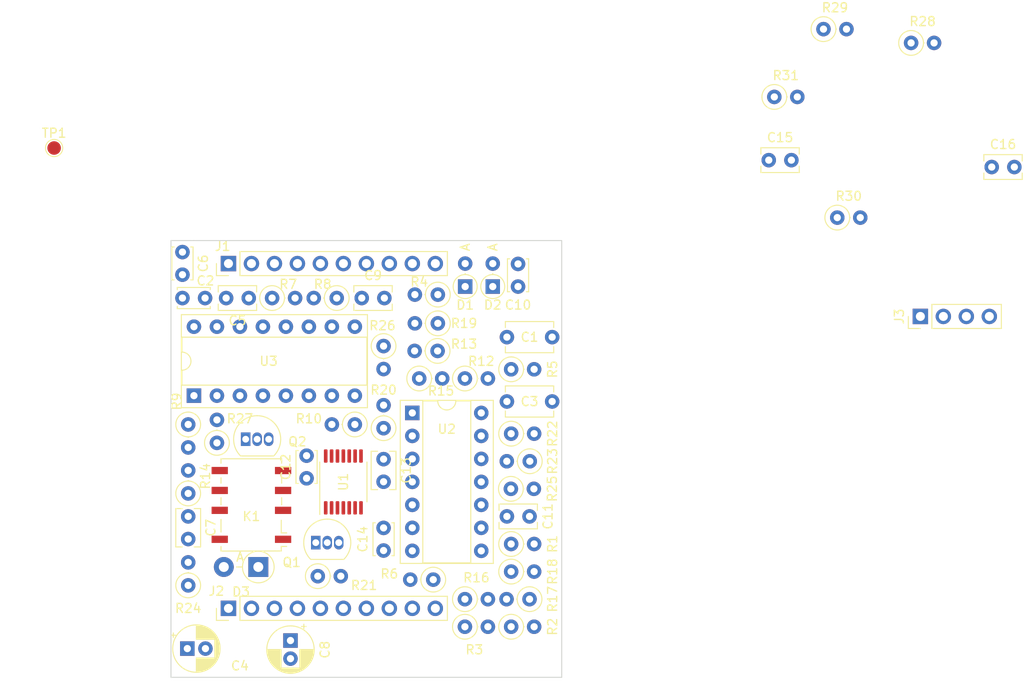
<source format=kicad_pcb>
(kicad_pcb (version 20211014) (generator pcbnew)
  (layers (0 "F.Cu" signal) (31 "B.Cu" signal) (34 "B.Paste" user) (35 "F.Paste" user) (36 "B.SilkS" user "B.Silkscreen") (37 "F.SilkS" user "F.Silkscreen") (38 "B.Mask" user) (39 "F.Mask" user) (44 "Edge.Cuts" user))
  (net 0 "")
  (net 1 "Net-(C1-Pad1)")
  (net 2 "1.65v")
  (net 3 "GND")
  (net 4 "5v")
  (net 5 "Net-(C3-Pad1)")
  (net 6 "AUDIO_IN_R")
  (net 7 "Net-(C7-Pad2)")
  (net 8 "3v3")
  (net 9 "Net-(C11-Pad2)")
  (net 10 "AUDIO_IN_L")
  (net 11 "Net-(C13-Pad2)")
  (net 12 "Net-(J3-Pad4)")
  (net 13 "Net-(C15-Pad2)")
  (net 14 "Net-(J3-Pad1)")
  (net 15 "Net-(C16-Pad2)")
  (net 16 "ADC1")
  (net 17 "ADC2")
  (net 18 "Net-(D3-Pad2)")
  (net 19 "SDA")
  (net 20 "SCL")
  (net 21 "AUDIO_EN")
  (net 22 "MIC_PWR_DIS")
  (net 23 "MIC_PREAMP_EN")
  (net 24 "232_RX")
  (net 25 "JACK_RING")
  (net 26 "232_TX")
  (net 27 "JACK_TIP")
  (net 30 "Net-(J2-Pad7)")
  (net 31 "Net-(J2-Pad10)")
  (net 32 "Net-(Q1-Pad1)")
  (net 33 "Net-(R1-Pad1)")
  (net 34 "Net-(R2-Pad1)")
  (net 35 "Net-(R3-Pad1)")
  (net 36 "AUDIO_L")
  (net 37 "Net-(R7-Pad2)")
  (net 38 "Net-(R10-Pad2)")
  (net 39 "MIC_PREAMP_OUT")
  (net 40 "Net-(R12-Pad2)")
  (net 41 "Net-(R16-Pad1)")
  (net 42 "Net-(R17-Pad1)")
  (net 43 "Net-(R18-Pad1)")
  (net 44 "AUDIO_R")
  (net 45 "Net-(R26-Pad2)")
  (net 46 "AUDIO_INT_IN_R")
  (net 47 "AUDIO_INT_IN_L")
  (footprint "Package_TO_SOT_THT:TO-92_Inline" (layer "F.Cu") (at 145.542 96.88)
    (fp_text reference "Q1" (at -2.667 2.18) (layer "F.SilkS"))
    (fp_text value "BS250")
    (pad "1" thru_hole rect (at 0 0) (size 1.05 1.5) (drill 0.75) (layers *.Cu *.Mask) (net 32 "Net-(Q1-Pad1)"))
    (pad "2" thru_hole oval (at 1.27 0) (size 1.05 1.5) (drill 0.75) (layers *.Cu *.Mask) (net 22 "MIC_PWR_DIS"))
    (pad "3" thru_hole oval (at 2.54 0) (size 1.05 1.5) (drill 0.75) (layers *.Cu *.Mask) (net 8 "3v3"))
  )
  (footprint "Capacitor_THT:C_Disc_D3.4mm_W2.1mm_P2.50mm" (layer "F.Cu") (at 153.035 97.75 90)
    (fp_text reference "C14" (at 1.25 -2.3 90) (layer "F.SilkS"))
    (fp_text value "100nF")
    (pad "1" thru_hole circle (at 0 0 90) (size 1.6 1.6) (drill 0.8) (layers *.Cu *.Mask) (net 3 "GND"))
    (pad "2" thru_hole circle (at 2.5 0 90) (size 1.6 1.6) (drill 0.8) (layers *.Cu *.Mask) (net 4 "5v"))
  )
  (footprint "Diode_THT:D_DO-35_SOD27_P2.54mm_Vertical_AnodeUp" (layer "F.Cu") (at 165.1 68.58 90)
    (fp_text reference "D2" (at -2.032 0 180) (layer "F.SilkS"))
    (fp_text value "3.3v")
    (fp_text user "A" (at 4.34 0 90) (layer "F.SilkS"))
    (pad "1" thru_hole rect (at 0 0 90) (size 1.6 1.6) (drill 0.8) (layers *.Cu *.Mask) (net 17 "ADC2"))
    (pad "2" thru_hole oval (at 2.54 0 90) (size 1.6 1.6) (drill 0.8) (layers *.Cu *.Mask) (net 3 "GND"))
  )
  (footprint "Capacitor_THT:C_Rect_L4.0mm_W2.5mm_P2.50mm" (layer "F.Cu") (at 169.164 93.98 180)
    (fp_text reference "C11" (at -2.032 0 90) (layer "F.SilkS"))
    (fp_text value "1uF")
    (pad "1" thru_hole circle (at 0 0 180) (size 1.6 1.6) (drill 0.8) (layers *.Cu *.Mask) (net 3 "GND"))
    (pad "2" thru_hole circle (at 2.5 0 180) (size 1.6 1.6) (drill 0.8) (layers *.Cu *.Mask) (net 9 "Net-(C11-Pad2)"))
  )
  (footprint "Resistor_THT:R_Axial_DIN0207_L6.3mm_D2.5mm_P2.54mm_Vertical" (layer "F.Cu") (at 134.62 85.852 90)
    (fp_text reference "R27" (at 2.667 2.54 180) (layer "F.SilkS"))
    (fp_text value "100k")
    (pad "1" thru_hole circle (at 0 0 90) (size 1.6 1.6) (drill 0.8) (layers *.Cu *.Mask) (net 3 "GND"))
    (pad "2" thru_hole oval (at 2.54 0 90) (size 1.6 1.6) (drill 0.8) (layers *.Cu *.Mask) (net 21 "AUDIO_EN"))
  )
  (footprint "Resistor_THT:R_Axial_DIN0207_L6.3mm_D2.5mm_P2.54mm_Vertical" (layer "F.Cu") (at 169.164 103.124 180)
    (fp_text reference "R17" (at -2.54 0 90) (layer "F.SilkS"))
    (fp_text value "4k7")
    (pad "1" thru_hole circle (at 0 0 180) (size 1.6 1.6) (drill 0.8) (layers *.Cu *.Mask) (net 42 "Net-(R17-Pad1)"))
    (pad "2" thru_hole oval (at 2.54 0 180) (size 1.6 1.6) (drill 0.8) (layers *.Cu *.Mask) (net 41 "Net-(R16-Pad1)"))
  )
  (footprint "Capacitor_THT:C_Disc_D3.4mm_W2.1mm_P2.50mm" (layer "F.Cu") (at 130.81 64.77 -90)
    (fp_text reference "C6" (at 1.25 -2.3 90) (layer "F.SilkS"))
    (fp_text value "100nF")
    (pad "1" thru_hole circle (at 0 0 270) (size 1.6 1.6) (drill 0.8) (layers *.Cu *.Mask) (net 4 "5v"))
    (pad "2" thru_hole circle (at 2.5 0 270) (size 1.6 1.6) (drill 0.8) (layers *.Cu *.Mask) (net 3 "GND"))
  )
  (footprint "Capacitor_THT:C_Rect_L4.0mm_W2.5mm_P2.50mm" (layer "F.Cu") (at 150.622 69.85)
    (fp_text reference "C9" (at 1.25 -2.5) (layer "F.SilkS"))
    (fp_text value "1uF")
    (pad "1" thru_hole circle (at 0 0) (size 1.6 1.6) (drill 0.8) (layers *.Cu *.Mask) (net 8 "3v3"))
    (pad "2" thru_hole circle (at 2.5 0) (size 1.6 1.6) (drill 0.8) (layers *.Cu *.Mask) (net 3 "GND"))
  )
  (footprint "Connector_PinHeader_2.54mm:PinHeader_1x04_P2.54mm_Vertical" (layer "F.Cu") (at 212.354 71.882 90)
    (fp_text reference "J3" (at 0 -2.33 90) (layer "F.SilkS"))
    (fp_text value "INT_AUDIO")
    (pad "1" thru_hole rect (at 0 0 90) (size 1.7 1.7) (drill 1) (layers *.Cu *.Mask) (net 14 "Net-(J3-Pad1)"))
    (pad "2" thru_hole oval (at 0 2.54 90) (size 1.7 1.7) (drill 1) (layers *.Cu *.Mask) (net 3 "GND"))
    (pad "3" thru_hole oval (at 0 5.08 90) (size 1.7 1.7) (drill 1) (layers *.Cu *.Mask) (net 3 "GND"))
    (pad "4" thru_hole oval (at 0 7.62 90) (size 1.7 1.7) (drill 1) (layers *.Cu *.Mask) (net 12 "Net-(J3-Pad4)"))
  )
  (footprint "Resistor_THT:R_Axial_DIN0207_L6.3mm_D2.5mm_P2.54mm_Vertical" (layer "F.Cu") (at 196.215 47.625)
    (fp_text reference "R31" (at 1.27 -2.37) (layer "F.SilkS"))
    (fp_text value "150k")
    (pad "1" thru_hole circle (at 0 0) (size 1.6 1.6) (drill 0.8) (layers *.Cu *.Mask) (net 2 "1.65v"))
    (pad "2" thru_hole oval (at 2.54 0) (size 1.6 1.6) (drill 0.8) (layers *.Cu *.Mask) (net 47 "AUDIO_INT_IN_L"))
  )
  (footprint "Package_DIP:DIP-16_W7.62mm_Socket" (layer "F.Cu") (at 132.08 80.635 90)
    (fp_text reference "U3" (at 3.81 8.255 180) (layer "F.SilkS"))
    (fp_text value "CD4052B")
    (pad "1" thru_hole rect (at 0 0 90) (size 1.6 1.6) (drill 0.8) (layers *.Cu *.Mask) (net 47 "AUDIO_INT_IN_L"))
    (pad "2" thru_hole oval (at 0 2.54 90) (size 1.6 1.6) (drill 0.8) (layers *.Cu *.Mask) (net 37 "Net-(R7-Pad2)"))
    (pad "3" thru_hole oval (at 0 5.08 90) (size 1.6 1.6) (drill 0.8) (layers *.Cu *.Mask) (net 44 "AUDIO_R"))
    (pad "4" thru_hole oval (at 0 7.62 90) (size 1.6 1.6) (drill 0.8) (layers *.Cu *.Mask) (net 3 "GND"))
    (pad "5" thru_hole oval (at 0 10.16 90) (size 1.6 1.6) (drill 0.8) (layers *.Cu *.Mask) (net 3 "GND"))
    (pad "6" thru_hole oval (at 0 12.7 90) (size 1.6 1.6) (drill 0.8) (layers *.Cu *.Mask) (net 3 "GND"))
    (pad "7" thru_hole oval (at 0 15.24 90) (size 1.6 1.6) (drill 0.8) (layers *.Cu *.Mask) (net 3 "GND"))
    (pad "8" thru_hole oval (at 0 17.78 90) (size 1.6 1.6) (drill 0.8) (layers *.Cu *.Mask) (net 3 "GND"))
    (pad "9" thru_hole oval (at 7.62 17.78 90) (size 1.6 1.6) (drill 0.8) (layers *.Cu *.Mask) (net 21 "AUDIO_EN"))
    (pad "10" thru_hole oval (at 7.62 15.24 90) (size 1.6 1.6) (drill 0.8) (layers *.Cu *.Mask) (net 23 "MIC_PREAMP_EN"))
    (pad "11" thru_hole oval (at 7.62 12.7 90) (size 1.6 1.6) (drill 0.8) (layers *.Cu *.Mask) (net 39 "MIC_PREAMP_OUT"))
    (pad "12" thru_hole oval (at 7.62 10.16 90) (size 1.6 1.6) (drill 0.8) (layers *.Cu *.Mask) (net 46 "AUDIO_INT_IN_R"))
    (pad "13" thru_hole oval (at 7.62 7.62 90) (size 1.6 1.6) (drill 0.8) (layers *.Cu *.Mask) (net 36 "AUDIO_L"))
    (pad "14" thru_hole oval (at 7.62 5.08 90) (size 1.6 1.6) (drill 0.8) (layers *.Cu *.Mask) (net 3 "GND"))
    (pad "15" thru_hole oval (at 7.62 2.54 90) (size 1.6 1.6) (drill 0.8) (layers *.Cu *.Mask) (net 40 "Net-(R12-Pad2)"))
    (pad "16" thru_hole oval (at 7.62 0 90) (size 1.6 1.6) (drill 0.8) (layers *.Cu *.Mask) (net 4 "5v"))
  )
  (footprint "Package_DIP:DIP-14_W7.62mm_Socket" (layer "F.Cu") (at 156.21 82.545)
    (fp_text reference "U2" (at 3.81 1.783) (layer "F.SilkS"))
    (fp_text value "LM324")
    (pad "1" thru_hole rect (at 0 0) (size 1.6 1.6) (drill 0.8) (layers *.Cu *.Mask) (net 39 "MIC_PREAMP_OUT"))
    (pad "2" thru_hole oval (at 0 2.54) (size 1.6 1.6) (drill 0.8) (layers *.Cu *.Mask) (net 38 "Net-(R10-Pad2)"))
    (pad "3" thru_hole oval (at 0 5.08) (size 1.6 1.6) (drill 0.8) (layers *.Cu *.Mask) (net 10 "AUDIO_IN_L"))
    (pad "4" thru_hole oval (at 0 7.62) (size 1.6 1.6) (drill 0.8) (layers *.Cu *.Mask) (net 4 "5v"))
    (pad "5" thru_hole oval (at 0 10.16) (size 1.6 1.6) (drill 0.8) (layers *.Cu *.Mask) (net 1 "Net-(C1-Pad1)"))
    (pad "6" thru_hole oval (at 0 12.7) (size 1.6 1.6) (drill 0.8) (layers *.Cu *.Mask) (net 33 "Net-(R1-Pad1)"))
    (pad "7" thru_hole oval (at 0 15.24) (size 1.6 1.6) (drill 0.8) (layers *.Cu *.Mask) (net 35 "Net-(R3-Pad1)"))
    (pad "8" thru_hole oval (at 7.62 15.24) (size 1.6 1.6) (drill 0.8) (layers *.Cu *.Mask) (net 43 "Net-(R18-Pad1)"))
    (pad "9" thru_hole oval (at 7.62 12.7) (size 1.6 1.6) (drill 0.8) (layers *.Cu *.Mask) (net 41 "Net-(R16-Pad1)"))
    (pad "10" thru_hole oval (at 7.62 10.16) (size 1.6 1.6) (drill 0.8) (layers *.Cu *.Mask) (net 5 "Net-(C3-Pad1)"))
    (pad "11" thru_hole oval (at 7.62 7.62) (size 1.6 1.6) (drill 0.8) (layers *.Cu *.Mask) (net 3 "GND"))
    (pad "12" thru_hole oval (at 7.62 5.08) (size 1.6 1.6) (drill 0.8) (layers *.Cu *.Mask) (net 9 "Net-(C11-Pad2)"))
    (pad "13" thru_hole oval (at 7.62 2.54) (size 1.6 1.6) (drill 0.8) (layers *.Cu *.Mask) (net 2 "1.65v"))
    (pad "14" thru_hole oval (at 7.62 0) (size 1.6 1.6) (drill 0.8) (layers *.Cu *.Mask) (net 2 "1.65v"))
  )
  (footprint "Resistor_THT:R_Axial_DIN0207_L6.3mm_D2.5mm_P2.54mm_Vertical" (layer "F.Cu") (at 131.445 83.82 -90)
    (fp_text reference "R9" (at -2.54 1.27 90) (layer "F.SilkS"))
    (fp_text value "10k")
    (pad "1" thru_hole circle (at 0 0 270) (size 1.6 1.6) (drill 0.8) (layers *.Cu *.Mask) (net 38 "Net-(R10-Pad2)"))
    (pad "2" thru_hole oval (at 2.54 0 270) (size 1.6 1.6) (drill 0.8) (layers *.Cu *.Mask) (net 2 "1.65v"))
  )
  (footprint "Resistor_THT:R_Axial_DIN0207_L6.3mm_D2.5mm_P2.54mm_Vertical" (layer "F.Cu") (at 156.972 78.74)
    (fp_text reference "R15" (at 2.413 1.37) (layer "F.SilkS"))
    (fp_text value "100k")
    (pad "1" thru_hole circle (at 0 0) (size 1.6 1.6) (drill 0.8) (layers *.Cu *.Mask) (net 10 "AUDIO_IN_L"))
    (pad "2" thru_hole oval (at 2.54 0) (size 1.6 1.6) (drill 0.8) (layers *.Cu *.Mask) (net 2 "1.65v"))
  )
  (footprint "Resistor_THT:R_Axial_DIN0207_L6.3mm_D2.5mm_P2.54mm_Vertical" (layer "F.Cu") (at 211.328 41.656)
    (fp_text reference "R28" (at 1.27 -2.37) (layer "F.SilkS"))
    (fp_text value "100k")
    (pad "1" thru_hole circle (at 0 0) (size 1.6 1.6) (drill 0.8) (layers *.Cu *.Mask) (net 13 "Net-(C15-Pad2)"))
    (pad "2" thru_hole oval (at 2.54 0) (size 1.6 1.6) (drill 0.8) (layers *.Cu *.Mask) (net 46 "AUDIO_INT_IN_R"))
  )
  (footprint "Resistor_THT:R_Axial_DIN0207_L6.3mm_D2.5mm_P2.54mm_Vertical" (layer "F.Cu") (at 158.525 100.965 180)
    (fp_text reference "R6" (at 4.855 0.635) (layer "F.SilkS"))
    (fp_text value "100k")
    (pad "1" thru_hole circle (at 0 0 180) (size 1.6 1.6) (drill 0.8) (layers *.Cu *.Mask) (net 2 "1.65v"))
    (pad "2" thru_hole oval (at 2.54 0 180) (size 1.6 1.6) (drill 0.8) (layers *.Cu *.Mask) (net 1 "Net-(C1-Pad1)"))
  )
  (footprint "Capacitor_THT:CP_Radial_D5.0mm_P2.00mm" (layer "F.Cu") (at 131.35 108.585)
    (fp_text reference "C4" (at 5.81 1.905) (layer "F.SilkS"))
    (fp_text value "10uF")
    (pad "1" thru_hole rect (at 0 0) (size 1.6 1.6) (drill 0.8) (layers *.Cu *.Mask) (net 4 "5v"))
    (pad "2" thru_hole circle (at 2 0) (size 1.6 1.6) (drill 0.8) (layers *.Cu *.Mask) (net 3 "GND"))
  )
  (footprint "Resistor_THT:R_Axial_DIN0207_L6.3mm_D2.5mm_P2.54mm_Vertical" (layer "F.Cu") (at 159.004 75.692 180)
    (fp_text reference "R13" (at -2.921 0.762) (layer "F.SilkS"))
    (fp_text value "150k")
    (pad "1" thru_hole circle (at 0 0 180) (size 1.6 1.6) (drill 0.8) (layers *.Cu *.Mask) (net 2 "1.65v"))
    (pad "2" thru_hole oval (at 2.54 0 180) (size 1.6 1.6) (drill 0.8) (layers *.Cu *.Mask) (net 40 "Net-(R12-Pad2)"))
  )
  (footprint "Resistor_THT:R_Axial_DIN0207_L6.3mm_D2.5mm_P2.54mm_Vertical" (layer "F.Cu") (at 149.86 83.82 180)
    (fp_text reference "R10" (at 5.08 0.635) (layer "F.SilkS"))
    (fp_text value "100k")
    (pad "1" thru_hole circle (at 0 0 180) (size 1.6 1.6) (drill 0.8) (layers *.Cu *.Mask) (net 39 "MIC_PREAMP_OUT"))
    (pad "2" thru_hole oval (at 2.54 0 180) (size 1.6 1.6) (drill 0.8) (layers *.Cu *.Mask) (net 38 "Net-(R10-Pad2)"))
  )
  (footprint "Resistor_THT:R_Axial_DIN0207_L6.3mm_D2.5mm_P2.54mm_Vertical" (layer "F.Cu") (at 131.445 101.6 90)
    (fp_text reference "R24" (at -2.54 0 180) (layer "F.SilkS"))
    (fp_text value "2k7")
    (pad "1" thru_hole circle (at 0 0 90) (size 1.6 1.6) (drill 0.8) (layers *.Cu *.Mask) (net 32 "Net-(Q1-Pad1)"))
    (pad "2" thru_hole oval (at 2.54 0 90) (size 1.6 1.6) (drill 0.8) (layers *.Cu *.Mask) (net 7 "Net-(C7-Pad2)"))
  )
  (footprint "Capacitor_THT:C_Rect_L4.0mm_W2.5mm_P2.50mm" (layer "F.Cu") (at 220.238 55.372)
    (fp_text reference "C16" (at 1.25 -2.5) (layer "F.SilkS"))
    (fp_text value "1uF")
    (pad "1" thru_hole circle (at 0 0) (size 1.6 1.6) (drill 0.8) (layers *.Cu *.Mask) (net 14 "Net-(J3-Pad1)"))
    (pad "2" thru_hole circle (at 2.5 0) (size 1.6 1.6) (drill 0.8) (layers *.Cu *.Mask) (net 15 "Net-(C16-Pad2)"))
  )
  (footprint "Resistor_THT:R_Axial_DIN0207_L6.3mm_D2.5mm_P2.54mm_Vertical" (layer "F.Cu") (at 167.132 100.076)
    (fp_text reference "R18" (at 4.572 0 90) (layer "F.SilkS"))
    (fp_text value "10k")
    (pad "1" thru_hole circle (at 0 0) (size 1.6 1.6) (drill 0.8) (layers *.Cu *.Mask) (net 43 "Net-(R18-Pad1)"))
    (pad "2" thru_hole oval (at 2.54 0) (size 1.6 1.6) (drill 0.8) (layers *.Cu *.Mask) (net 42 "Net-(R17-Pad1)"))
  )
  (footprint "Capacitor_THT:CP_Radial_D5.0mm_P2.00mm" (layer "F.Cu") (at 142.748 107.696 -90)
    (fp_text reference "C8" (at 1.016 -3.81 90) (layer "F.SilkS"))
    (fp_text value "10uF")
    (pad "1" thru_hole rect (at 0 0 270) (size 1.6 1.6) (drill 0.8) (layers *.Cu *.Mask) (net 8 "3v3"))
    (pad "2" thru_hole circle (at 2 0 270) (size 1.6 1.6) (drill 0.8) (layers *.Cu *.Mask) (net 3 "GND"))
  )
  (footprint "Package_TO_SOT_THT:TO-92_Inline" (layer "F.Cu") (at 137.795 85.45)
    (fp_text reference "Q2" (at 5.715 0.275) (layer "F.SilkS"))
    (fp_text value "2N7000")
    (pad "1" thru_hole rect (at 0 0) (size 1.05 1.5) (drill 0.75) (layers *.Cu *.Mask) (net 3 "GND"))
    (pad "2" thru_hole oval (at 1.27 0) (size 1.05 1.5) (drill 0.75) (layers *.Cu *.Mask) (net 21 "AUDIO_EN"))
    (pad "3" thru_hole oval (at 2.54 0) (size 1.05 1.5) (drill 0.75) (layers *.Cu *.Mask) (net 18 "Net-(D3-Pad2)"))
  )
  (footprint "Resistor_THT:R_Axial_DIN0207_L6.3mm_D2.5mm_P2.54mm_Vertical" (layer "F.Cu") (at 153.035 84.23 90)
    (fp_text reference "R20" (at 4.22 0 180) (layer "F.SilkS"))
    (fp_text value "10k")
    (pad "1" thru_hole circle (at 0 0 90) (size 1.6 1.6) (drill 0.8) (layers *.Cu *.Mask) (net 5 "Net-(C3-Pad1)"))
    (pad "2" thru_hole oval (at 2.54 0 90) (size 1.6 1.6) (drill 0.8) (layers *.Cu *.Mask) (net 44 "AUDIO_R"))
  )
  (footprint "Resistor_THT:R_Axial_DIN0207_L6.3mm_D2.5mm_P2.54mm_Vertical" (layer "F.Cu") (at 201.647 40.132)
    (fp_text reference "R29" (at 1.27 -2.37) (layer "F.SilkS"))
    (fp_text value "150k")
    (pad "1" thru_hole circle (at 0 0) (size 1.6 1.6) (drill 0.8) (layers *.Cu *.Mask) (net 2 "1.65v"))
    (pad "2" thru_hole oval (at 2.54 0) (size 1.6 1.6) (drill 0.8) (layers *.Cu *.Mask) (net 46 "AUDIO_INT_IN_R"))
  )
  (footprint "Resistor_THT:R_Axial_DIN0207_L6.3mm_D2.5mm_P2.54mm_Vertical" (layer "F.Cu") (at 162.023 78.74)
    (fp_text reference "R12" (at 1.807 -1.905) (layer "F.SilkS"))
    (fp_text value "100k")
    (pad "1" thru_hole circle (at 0 0) (size 1.6 1.6) (drill 0.8) (layers *.Cu *.Mask) (net 10 "AUDIO_IN_L"))
    (pad "2" thru_hole oval (at 2.54 0) (size 1.6 1.6) (drill 0.8) (layers *.Cu *.Mask) (net 40 "Net-(R12-Pad2)"))
  )
  (footprint "Resistor_THT:R_Axial_DIN0207_L6.3mm_D2.5mm_P2.54mm_Vertical" (layer "F.Cu") (at 169.193 87.884 180)
    (fp_text reference "R23" (at -2.511 0 90) (layer "F.SilkS"))
    (fp_text value "100k")
    (pad "1" thru_hole circle (at 0 0 180) (size 1.6 1.6) (drill 0.8) (layers *.Cu *.Mask) (net 8 "3v3"))
    (pad "2" thru_hole oval (at 2.54 0 180) (size 1.6 1.6) (drill 0.8) (layers *.Cu *.Mask) (net 9 "Net-(C11-Pad2)"))
  )
  (footprint "Capacitor_THT:C_Rect_L4.0mm_W2.5mm_P2.50mm" (layer "F.Cu") (at 131.445 93.98 -90)
    (fp_text reference "C7" (at 1.25 -2.5 90) (layer "F.SilkS"))
    (fp_text value "1uF")
    (pad "1" thru_hole circle (at 0 0 270) (size 1.6 1.6) (drill 0.8) (layers *.Cu *.Mask) (net 6 "AUDIO_IN_R"))
    (pad "2" thru_hole circle (at 2.5 0 270) (size 1.6 1.6) (drill 0.8) (layers *.Cu *.Mask) (net 7 "Net-(C7-Pad2)"))
  )
  (footprint "TestPoint:TestPoint_Pad_D1.5mm" (layer "F.Cu") (at 116.630225 53.27)
    (fp_text reference "TP1" (at 0 -1.648) (layer "F.SilkS"))
    (fp_text value "TestPoint_1.65v")
    (pad "1" smd circle (at 0 0) (size 1.5 1.5) (layers "F.Cu" "F.Mask") (net 2 "1.65v"))
  )
  (footprint "Capacitor_THT:C_Disc_D3.4mm_W2.1mm_P2.50mm" (layer "F.Cu") (at 133.31 69.85 180)
    (fp_text reference "C2" (at -0.04 1.905 180) (layer "F.SilkS"))
    (fp_text value "100nF")
    (pad "1" thru_hole circle (at 0 0 180) (size 1.6 1.6) (drill 0.8) (layers *.Cu *.Mask) (net 3 "GND"))
    (pad "2" thru_hole circle (at 2.5 0 180) (size 1.6 1.6) (drill 0.8) (layers *.Cu *.Mask) (net 4 "5v"))
  )
  (footprint "Resistor_THT:R_Axial_DIN0207_L6.3mm_D2.5mm_P2.54mm_Vertical" (layer "F.Cu") (at 153.035 75.155 -90)
    (fp_text reference "R26" (at -2.257 0.127 180) (layer "F.SilkS"))
    (fp_text value "10k")
    (pad "1" thru_hole circle (at 0 0 270) (size 1.6 1.6) (drill 0.8) (layers *.Cu *.Mask) (net 4 "5v"))
    (pad "2" thru_hole oval (at 2.54 0 270) (size 1.6 1.6) (drill 0.8) (layers *.Cu *.Mask) (net 45 "Net-(R26-Pad2)"))
  )
  (footprint "Package_SO:TSSOP-14_4.4x5mm_P0.65mm" (layer "F.Cu") (at 148.59 90.17 90)
    (fp_text reference "U1" (at 0 0 90) (layer "F.SilkS"))
    (fp_text value "MCP4651")
    (pad "1" smd roundrect (at -2.8625 -1.95 90) (size 1.475 0.4) (layers "F.Cu" "F.Paste" "F.Mask") (net 3 "GND"))
    (pad "2" smd roundrect (at -2.8625 -1.3 90) (size 1.475 0.4) (layers "F.Cu" "F.Paste" "F.Mask") (net 20 "SCL"))
    (pad "3" smd roundrect (at -2.8625 -0.65 90) (size 1.475 0.4) (layers "F.Cu" "F.Paste" "F.Mask") (net 19 "SDA"))
    (pad "4" smd roundrect (at -2.8625 0 90) (size 1.475 0.4) (layers "F.Cu" "F.Paste" "F.Mask") (net 3 "GND"))
    (pad "5" smd roundrect (at -2.8625 0.65 90) (size 1.475 0.4) (layers "F.Cu" "F.Paste" "F.Mask"))
    (pad "6" smd roundrect (at -2.8625 1.3 90) (size 1.475 0.4) (layers "F.Cu" "F.Paste" "F.Mask") (net 34 "Net-(R2-Pad1)"))
    (pad "7" smd roundrect (at -2.8625 1.95 90) (size 1.475 0.4) (layers "F.Cu" "F.Paste" "F.Mask") (net 33 "Net-(R1-Pad1)"))
    (pad "8" smd roundrect (at 2.8625 1.95 90) (size 1.475 0.4) (layers "F.Cu" "F.Paste" "F.Mask") (net 41 "Net-(R16-Pad1)"))
    (pad "9" smd roundrect (at 2.8625 1.3 90) (size 1.475 0.4) (layers "F.Cu" "F.Paste" "F.Mask") (net 42 "Net-(R17-Pad1)"))
    (pad "10" smd roundrect (at 2.8625 0.65 90) (size 1.475 0.4) (layers "F.Cu" "F.Paste" "F.Mask"))
    (pad "11" smd roundrect (at 2.8625 0 90) (size 1.475 0.4) (layers "F.Cu" "F.Paste" "F.Mask") (net 3 "GND"))
    (pad "12" smd roundrect (at 2.8625 -0.65 90) (size 1.475 0.4) (layers "F.Cu" "F.Paste" "F.Mask") (net 45 "Net-(R26-Pad2)"))
    (pad "13" smd roundrect (at 2.8625 -1.3 90) (size 1.475 0.4) (layers "F.Cu" "F.Paste" "F.Mask") (net 3 "GND"))
    (pad "14" smd roundrect (at 2.8625 -1.95 90) (size 1.475 0.4) (layers "F.Cu" "F.Paste" "F.Mask") (net 4 "5v"))
  )
  (footprint "Diode_THT:D_DO-41_SOD81_P3.81mm_Vertical_AnodeUp" (layer "F.Cu") (at 139.192 99.568 180)
    (fp_text reference "D3" (at 1.905 -2.750635 180) (layer "F.SilkS"))
    (fp_text value "1N4004")
    (fp_text user "A" (at 2.01 1.1 180) (layer "F.SilkS"))
    (pad "1" thru_hole rect (at 0 0 180) (size 2.2 2.2) (drill 1.1) (layers *.Cu *.Mask) (net 4 "5v"))
    (pad "2" thru_hole oval (at 3.81 0 180) (size 2.2 2.2) (drill 1.1) (layers *.Cu *.Mask) (net 18 "Net-(D3-Pad2)"))
  )
  (footprint "Capacitor_THT:C_Disc_D3.4mm_W2.1mm_P2.50mm" (layer "F.Cu") (at 144.526 89.769 90)
    (fp_text reference "C12" (at 1.25 -2.3 90) (layer "F.SilkS"))
    (fp_text value "100nF")
    (pad "1" thru_hole circle (at 0 0 90) (size 1.6 1.6) (drill 0.8) (layers *.Cu *.Mask) (net 3 "GND"))
    (pad "2" thru_hole circle (at 2.5 0 90) (size 1.6 1.6) (drill 0.8) (layers *.Cu *.Mask) (net 4 "5v"))
  )
  (footprint "Connector_PinHeader_2.54mm:PinHeader_1x10_P2.54mm_Vertical" (layer "F.Cu") (at 135.895 66.04 90)
    (fp_text reference "J1" (at 1.905 -0.64 180) (layer "F.SilkS"))
    (fp_text value "EXPAN2")
    (pad "1" thru_hole rect (at 0 0 90) (size 1.7 1.7) (drill 1) (layers *.Cu *.Mask) (net 19 "SDA"))
    (pad "2" thru_hole oval (at 0 2.54 90) (size 1.7 1.7) (drill 1) (layers *.Cu *.Mask) (net 20 "SCL"))
    (pad "3" thru_hole oval (at 0 5.08 90) (size 1.7 1.7) (drill 1) (layers *.Cu *.Mask) (net 8 "3v3"))
    (pad "4" thru_hole oval (at 0 7.62 90) (size 1.7 1.7) (drill 1) (layers *.Cu *.Mask) (net 4 "5v"))
    (pad "5" thru_hole oval (at 0 10.16 90) (size 1.7 1.7) (drill 1) (layers *.Cu *.Mask) (net 16 "ADC1"))
    (pad "6" thru_hole oval (at 0 12.7 90) (size 1.7 1.7) (drill 1) (layers *.Cu *.Mask) (net 17 "ADC2"))
    (pad "7" thru_hole oval (at 0 15.24 90) (size 1.7 1.7) (drill 1) (layers *.Cu *.Mask) (net 3 "GND"))
    (pad "8" thru_hole oval (at 0 17.78 90) (size 1.7 1.7) (drill 1) (layers *.Cu *.Mask) (net 21 "AUDIO_EN"))
    (pad "9" thru_hole oval (at 0 20.32 90) (size 1.7 1.7) (drill 1) (layers *.Cu *.Mask) (net 22 "MIC_PWR_DIS"))
    (pad "10" thru_hole oval (at 0 22.86 90) (size 1.7 1.7) (drill 1) (layers *.Cu *.Mask) (net 23 "MIC_PREAMP_EN"))
  )
  (footprint "Resistor_THT:R_Axial_DIN0207_L6.3mm_D2.5mm_P2.54mm_Vertical" (layer "F.Cu") (at 159.033 69.469 180)
    (fp_text reference "R4" (at 2.061 1.397) (layer "F.SilkS"))
    (fp_text value "1k")
    (pad "1" thru_hole circle (at 0 0 180) (size 1.6 1.6) (drill 0.8) (layers *.Cu *.Mask) (net 16 "ADC1"))
    (pad "2" thru_hole oval (at 2.54 0 180) (size 1.6 1.6) (drill 0.8) (layers *.Cu *.Mask) (net 35 "Net-(R3-Pad1)"))
  )
  (footprint "Resistor_THT:R_Axial_DIN0207_L6.3mm_D2.5mm_P2.54mm_Vertical" (layer "F.Cu") (at 145.767 100.584)
    (fp_text reference "R21" (at 5.109 1.016) (layer "F.SilkS"))
    (fp_text value "100k")
    (pad "1" thru_hole circle (at 0 0) (size 1.6 1.6) (drill 0.8) (layers *.Cu *.Mask) (net 22 "MIC_PWR_DIS"))
    (pad "2" thru_hole oval (at 2.54 0) (size 1.6 1.6) (drill 0.8) (layers *.Cu *.Mask) (net 8 "3v3"))
  )
  (footprint "Capacitor_THT:C_Disc_D5.1mm_W3.2mm_P5.00mm" (layer "F.Cu") (at 171.664 81.28 180)
    (fp_text reference "C3" (at 2.5 0) (layer "F.SilkS"))
    (fp_text value "3nF")
    (pad "1" thru_hole circle (at 0 0 180) (size 1.6 1.6) (drill 0.8) (layers *.Cu *.Mask) (net 5 "Net-(C3-Pad1)"))
    (pad "2" thru_hole circle (at 5 0 180) (size 1.6 1.6) (drill 0.8) (layers *.Cu *.Mask) (net 2 "1.65v"))
  )
  (footprint "Resistor_THT:R_Axial_DIN0207_L6.3mm_D2.5mm_P2.54mm_Vertical" (layer "F.Cu") (at 147.857 69.85 180)
    (fp_text reference "R8" (at 1.553 1.524) (layer "F.SilkS"))
    (fp_text value "150k")
    (pad "1" thru_hole circle (at 0 0 180) (size 1.6 1.6) (drill 0.8) (layers *.Cu *.Mask) (net 2 "1.65v"))
    (pad "2" thru_hole oval (at 2.54 0 180) (size 1.6 1.6) (drill 0.8) (layers *.Cu *.Mask) (net 37 "Net-(R7-Pad2)"))
  )
  (footprint "Capacitor_THT:C_Rect_L4.0mm_W2.5mm_P2.50mm" (layer "F.Cu") (at 153.035 87.65 -90)
    (fp_text reference "C13" (at 1.25 -2.5 90) (layer "F.SilkS"))
    (fp_text value "1uF")
    (pad "1" thru_hole circle (at 0 0 270) (size 1.6 1.6) (drill 0.8) (layers *.Cu *.Mask) (net 10 "AUDIO_IN_L"))
    (pad "2" thru_hole circle (at 2.5 0 270) (size 1.6 1.6) (drill 0.8) (layers *.Cu *.Mask) (net 11 "Net-(C13-Pad2)"))
  )
  (footprint "Resistor_THT:R_Axial_DIN0207_L6.3mm_D2.5mm_P2.54mm_Vertical" (layer "F.Cu") (at 162.023 106.172)
    (fp_text reference "R3" (at 1.045 2.54) (layer "F.SilkS"))
    (fp_text value "10k")
    (pad "1" thru_hole circle (at 0 0) (size 1.6 1.6) (drill 0.8) (layers *.Cu *.Mask) (net 35 "Net-(R3-Pad1)"))
    (pad "2" thru_hole oval (at 2.54 0) (size 1.6 1.6) (drill 0.8) (layers *.Cu *.Mask) (net 34 "Net-(R2-Pad1)"))
  )
  (footprint "Capacitor_THT:C_Rect_L4.0mm_W2.5mm_P2.50mm" (layer "F.Cu") (at 138.136 69.85 180)
    (fp_text reference "C5" (at 1.25 -2.5) (layer "F.SilkS"))
    (fp_text value "1uF")
    (pad "1" thru_hole circle (at 0 0 180) (size 1.6 1.6) (drill 0.8) (layers *.Cu *.Mask) (net 4 "5v"))
    (pad "2" thru_hole circle (at 2.5 0 180) (size 1.6 1.6) (drill 0.8) (layers *.Cu *.Mask) (net 3 "GND"))
  )
  (footprint "Resistor_THT:R_Axial_DIN0207_L6.3mm_D2.5mm_P2.54mm_Vertical" (layer "F.Cu") (at 167.132 97.028)
    (fp_text reference "R1" (at 4.572 0 90) (layer "F.SilkS"))
    (fp_text value "10k")
    (pad "1" thru_hole circle (at 0 0) (size 1.6 1.6) (drill 0.8) (layers *.Cu *.Mask) (net 33 "Net-(R1-Pad1)"))
    (pad "2" thru_hole oval (at 2.54 0) (size 1.6 1.6) (drill 0.8) (layers *.Cu *.Mask) (net 2 "1.65v"))
  )
  (footprint "Resistor_THT:R_Axial_DIN0207_L6.3mm_D2.5mm_P2.54mm_Vertical" (layer "F.Cu") (at 167.103 90.932)
    (fp_text reference "R25" (at 4.572 0 90) (layer "F.SilkS"))
    (fp_text value "100k")
    (pad "1" thru_hole circle (at 0 0) (size 1.6 1.6) (drill 0.8) (layers *.Cu *.Mask) (net 9 "Net-(C11-Pad2)"))
    (pad "2" thru_hole oval (at 2.54 0) (size 1.6 1.6) (drill 0.8) (layers *.Cu *.Mask) (net 3 "GND"))
  )
  (footprint "Resistor_THT:R_Axial_DIN0207_L6.3mm_D2.5mm_P2.54mm_Vertical" (layer "F.Cu") (at 167.132 77.724)
    (fp_text reference "R5" (at 4.572 0 270) (layer "F.SilkS"))
    (fp_text value "10k")
    (pad "1" thru_hole circle (at 0 0) (size 1.6 1.6) (drill 0.8) (layers *.Cu *.Mask) (net 1 "Net-(C1-Pad1)"))
    (pad "2" thru_hole oval (at 2.54 0) (size 1.6 1.6) (drill 0.8) (layers *.Cu *.Mask) (net 36 "AUDIO_L"))
  )
  (footprint "Resistor_THT:R_Axial_DIN0207_L6.3mm_D2.5mm_P2.54mm_Vertical" (layer "F.Cu") (at 162.023 103.124)
    (fp_text reference "R16" (at 1.27 -2.37) (layer "F.SilkS"))
    (fp_text value "10k")
    (pad "1" thru_hole circle (at 0 0) (size 1.6 1.6) (drill 0.8) (layers *.Cu *.Mask) (net 41 "Net-(R16-Pad1)"))
    (pad "2" thru_hole oval (at 2.54 0) (size 1.6 1.6) (drill 0.8) (layers *.Cu *.Mask) (net 2 "1.65v"))
  )
  (footprint "Capacitor_THT:C_Rect_L4.0mm_W2.5mm_P2.50mm" (layer "F.Cu") (at 195.6 54.61)
    (fp_text reference "C15" (at 1.25 -2.5) (layer "F.SilkS"))
    (fp_text value "1uF")
    (pad "1" thru_hole circle (at 0 0) (size 1.6 1.6) (drill 0.8) (layers *.Cu *.Mask) (net 12 "Net-(J3-Pad4)"))
    (pad "2" thru_hole circle (at 2.5 0) (size 1.6 1.6) (drill 0.8) (layers *.Cu *.Mask) (net 13 "Net-(C15-Pad2)"))
  )
  (footprint "Resistor_THT:R_Axial_DIN0207_L6.3mm_D2.5mm_P2.54mm_Vertical" (layer "F.Cu") (at 167.132 106.172)
    (fp_text reference "R2" (at 4.572 0 90) (layer "F.SilkS"))
    (fp_text value "4k7")
    (pad "1" thru_hole circle (at 0 0) (size 1.6 1.6) (drill 0.8) (layers *.Cu *.Mask) (net 34 "Net-(R2-Pad1)"))
    (pad "2" thru_hole oval (at 2.54 0) (size 1.6 1.6) (drill 0.8) (layers *.Cu *.Mask) (net 33 "Net-(R1-Pad1)"))
  )
  (footprint "Resistor_THT:R_Axial_DIN0207_L6.3mm_D2.5mm_P2.54mm_Vertical" (layer "F.Cu") (at 203.171 60.96)
    (fp_text reference "R30" (at 1.27 -2.37) (layer "F.SilkS"))
    (fp_text value "100k")
    (pad "1" thru_hole circle (at 0 0) (size 1.6 1.6) (drill 0.8) (layers *.Cu *.Mask) (net 15 "Net-(C16-Pad2)"))
    (pad "2" thru_hole oval (at 2.54 0) (size 1.6 1.6) (drill 0.8) (layers *.Cu *.Mask) (net 47 "AUDIO_INT_IN_L"))
  )
  (footprint "Capacitor_THT:C_Disc_D5.1mm_W3.2mm_P5.00mm" (layer "F.Cu") (at 166.664 74.168)
    (fp_text reference "C1" (at 2.5 0) (layer "F.SilkS"))
    (fp_text value "3nF")
    (pad "1" thru_hole circle (at 0 0) (size 1.6 1.6) (drill 0.8) (layers *.Cu *.Mask) (net 1 "Net-(C1-Pad1)"))
    (pad "2" thru_hole circle (at 5 0) (size 1.6 1.6) (drill 0.8) (layers *.Cu *.Mask) (net 2 "1.65v"))
  )
  (footprint "Resistor_THT:R_Axial_DIN0207_L6.3mm_D2.5mm_P2.54mm_Vertical" (layer "F.Cu") (at 167.132 84.836)
    (fp_text reference "R22" (at 4.572 0 90) (layer "F.SilkS"))
    (fp_text value "100k")
    (pad "1" thru_hole circle (at 0 0) (size 1.6 1.6) (drill 0.8) (layers *.Cu *.Mask) (net 2 "1.65v"))
    (pad "2" thru_hole oval (at 2.54 0) (size 1.6 1.6) (drill 0.8) (layers *.Cu *.Mask) (net 5 "Net-(C3-Pad1)"))
  )
  (footprint "Capacitor_THT:C_Disc_D3.4mm_W2.1mm_P2.50mm" (layer "F.Cu") (at 167.894 68.58 90)
    (fp_text reference "C10" (at -2.032 0 180) (layer "F.SilkS"))
    (fp_text value "100nF")
    (pad "1" thru_hole circle (at 0 0 90) (size 1.6 1.6) (drill 0.8) (layers *.Cu *.Mask) (net 8 "3v3"))
    (pad "2" thru_hole circle (at 2.5 0 90) (size 1.6 1.6) (drill 0.8) (layers *.Cu *.Mask) (net 3 "GND"))
  )
  (footprint "Diode_THT:D_DO-35_SOD27_P2.54mm_Vertical_AnodeUp" (layer "F.Cu") (at 162.052 68.58 90)
    (fp_text reference "D1" (at -2.032 0 180) (layer "F.SilkS"))
    (fp_text value "3.3v")
    (fp_text user "A" (at 4.34 0 90) (layer "F.SilkS"))
    (pad "1" thru_hole rect (at 0 0 90) (size 1.6 1.6) (drill 0.8) (layers *.Cu *.Mask) (net 16 "ADC1"))
    (pad "2" thru_hole oval (at 2.54 0 90) (size 1.6 1.6) (drill 0.8) (layers *.Cu *.Mask) (net 3 "GND"))
  )
  (footprint "Connector_PinHeader_2.54mm:PinHeader_1x10_P2.54mm_Vertical" (layer "F.Cu") (at 135.895 104.14 90)
    (fp_text reference "J2" (at 1.905 -1.33 180) (layer "F.SilkS"))
    (fp_text value "EXPAN1")
    (pad "1" thru_hole rect (at 0 0 90) (size 1.7 1.7) (drill 1) (layers *.Cu *.Mask) (net 24 "232_RX"))
    (pad "2" thru_hole oval (at 0 2.54 90) (size 1.7 1.7) (drill 1) (layers *.Cu *.Mask) (net 25 "JACK_RING"))
    (pad "3" thru_hole oval (at 0 5.08 90) (size 1.7 1.7) (drill 1) (layers *.Cu *.Mask) (net 26 "232_TX"))
    (pad "4" thru_hole oval (at 0 7.62 90) (size 1.7 1.7) (drill 1) (layers *.Cu *.Mask) (net 27 "JACK_TIP"))
    (pad "5" thru_hole oval (at 0 10.16 90) (size 1.7 1.7) (drill 1) (layers *.Cu *.Mask))
    (pad "6" thru_hole oval (at 0 12.7 90) (size 1.7 1.7) (drill 1) (layers *.Cu *.Mask))
    (pad "7" thru_hole oval (at 0 15.24 90) (size 1.7 1.7) (drill 1) (layers *.Cu *.Mask) (net 30 "Net-(J2-Pad7)"))
    (pad "8" thru_hole oval (at 0 17.78 90) (size 1.7 1.7) (drill 1) (layers *.Cu *.Mask) (net 30 "Net-(J2-Pad7)"))
    (pad "9" thru_hole oval (at 0 20.32 90) (size 1.7 1.7) (drill 1) (layers *.Cu *.Mask) (net 31 "Net-(J2-Pad10)"))
    (pad "10" thru_hole oval (at 0 22.86 90) (size 1.7 1.7) (drill 1) (layers *.Cu *.Mask) (net 31 "Net-(J2-Pad10)"))
  )
  (footprint "Relay_SMD:Relay_DPDT_Omron_G6K-2F-Y" (layer "F.Cu") (at 138.43 92.71 180)
    (fp_text reference "K1" (at 0 -1.27) (layer "F.SilkS"))
    (fp_text value "G6K-2")
    (pad "1" smd rect (at -3.5 -3.8 180) (size 1.8 0.8) (layers "F.Cu" "F.Paste" "F.Mask") (net 4 "5v"))
    (pad "2" smd rect (at -3.5 -0.6 180) (size 1.8 0.8) (layers "F.Cu" "F.Paste" "F.Mask") (net 26 "232_TX"))
    (pad "3" smd rect (at -3.5 1.6 180) (size 1.8 0.8) (layers "F.Cu" "F.Paste" "F.Mask") (net 27 "JACK_TIP"))
    (pad "4" smd rect (at -3.5 3.8 180) (size 1.8 0.8) (layers "F.Cu" "F.Paste" "F.Mask") (net 11 "Net-(C13-Pad2)"))
    (pad "5" smd rect (at 3.5 3.8 180) (size 1.8 0.8) (layers "F.Cu" "F.Paste" "F.Mask") (net 7 "Net-(C7-Pad2)"))
    (pad "6" smd rect (at 3.5 1.6 180) (size 1.8 0.8) (layers "F.Cu" "F.Paste" "F.Mask") (net 25 "JACK_RING"))
    (pad "7" smd rect (at 3.5 -0.6 180) (size 1.8 0.8) (layers "F.Cu" "F.Paste" "F.Mask") (net 24 "232_RX"))
    (pad "8" smd rect (at 3.5 -3.8 180) (size 1.8 0.8) (layers "F.Cu" "F.Paste" "F.Mask") (net 18 "Net-(D3-Pad2)"))
  )
  (footprint "Resistor_THT:R_Axial_DIN0207_L6.3mm_D2.5mm_P2.54mm_Vertical" (layer "F.Cu") (at 140.716 69.85)
    (fp_text reference "R7" (at 1.778 -1.524) (layer "F.SilkS"))
    (fp_text value "100k")
    (pad "1" thru_hole circle (at 0 0) (size 1.6 1.6) (drill 0.8) (layers *.Cu *.Mask) (net 6 "AUDIO_IN_R"))
    (pad "2" thru_hole oval (at 2.54 0) (size 1.6 1.6) (drill 0.8) (layers *.Cu *.Mask) (net 37 "Net-(R7-Pad2)"))
  )
  (footprint "Resistor_THT:R_Axial_DIN0207_L6.3mm_D2.5mm_P2.54mm_Vertical" (layer "F.Cu") (at 131.445 91.44 90)
    (fp_text reference "R14" (at 1.905 1.905 90) (layer "F.SilkS"))
    (fp_text value "100k")
    (pad "1" thru_hole circle (at 0 0 90) (size 1.6 1.6) (drill 0.8) (layers *.Cu *.Mask) (net 6 "AUDIO_IN_R"))
    (pad "2" thru_hole oval (at 2.54 0 90) (size 1.6 1.6) (drill 0.8) (layers *.Cu *.Mask) (net 2 "1.65v"))
  )
  (footprint "Resistor_THT:R_Axial_DIN0207_L6.3mm_D2.5mm_P2.54mm_Vertical" (layer "F.Cu") (at 159.033 72.644 180)
    (fp_text reference "R19" (at -2.892 0) (layer "F.SilkS"))
    (fp_text value "1k")
    (pad "1" thru_hole circle (at 0 0 180) (size 1.6 1.6) (drill 0.8) (layers *.Cu *.Mask) (net 17 "ADC2"))
    (pad "2" thru_hole oval (at 2.54 0 180) (size 1.6 1.6) (drill 0.8) (layers *.Cu *.Mask) (net 43 "Net-(R18-Pad1)"))
  )
  (gr_line (start 129.54 63.5) (end 132.08 63.5) (layer "Edge.Cuts") (width 0.1))
  (gr_line (start 172.72 63.5) (end 172.72 111.76) (layer "Edge.Cuts") (width 0.1))
  (gr_line (start 129.54 111.76) (end 129.54 63.5) (layer "Edge.Cuts") (width 0.1))
  (gr_line (start 132.08 63.5) (end 172.72 63.5) (layer "Edge.Cuts") (width 0.1))
  (gr_line (start 172.72 111.76) (end 129.54 111.76) (layer "Edge.Cuts") (width 0.1))
)
</source>
